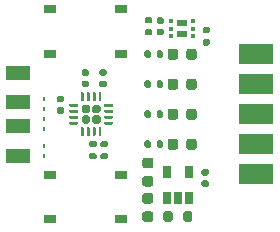
<source format=gbr>
%TF.GenerationSoftware,KiCad,Pcbnew,(5.1.12-1-10_14)*%
%TF.CreationDate,2022-05-25T15:41:46+08:00*%
%TF.ProjectId,USB2TTL,55534232-5454-44c2-9e6b-696361645f70,V1.0*%
%TF.SameCoordinates,Original*%
%TF.FileFunction,Paste,Top*%
%TF.FilePolarity,Positive*%
%FSLAX46Y46*%
G04 Gerber Fmt 4.6, Leading zero omitted, Abs format (unit mm)*
G04 Created by KiCad (PCBNEW (5.1.12-1-10_14)) date 2022-05-25 15:41:46*
%MOMM*%
%LPD*%
G01*
G04 APERTURE LIST*
%ADD10R,3.000000X1.700000*%
%ADD11R,1.000000X0.750000*%
%ADD12R,0.950000X0.613000*%
%ADD13R,0.325000X0.300000*%
%ADD14R,0.650000X1.060000*%
%ADD15R,2.000000X1.200000*%
%ADD16R,0.250000X0.360000*%
G04 APERTURE END LIST*
D10*
%TO.C,J2*%
X25460000Y4920000D03*
X25460000Y7460000D03*
X25460000Y10000000D03*
X25460000Y12540000D03*
X25460000Y15080000D03*
%TD*%
%TO.C,R9*%
G36*
G01*
X12785000Y7190000D02*
X12415000Y7190000D01*
G75*
G02*
X12280000Y7325000I0J135000D01*
G01*
X12280000Y7595000D01*
G75*
G02*
X12415000Y7730000I135000J0D01*
G01*
X12785000Y7730000D01*
G75*
G02*
X12920000Y7595000I0J-135000D01*
G01*
X12920000Y7325000D01*
G75*
G02*
X12785000Y7190000I-135000J0D01*
G01*
G37*
G36*
G01*
X12785000Y6170000D02*
X12415000Y6170000D01*
G75*
G02*
X12280000Y6305000I0J135000D01*
G01*
X12280000Y6575000D01*
G75*
G02*
X12415000Y6710000I135000J0D01*
G01*
X12785000Y6710000D01*
G75*
G02*
X12920000Y6575000I0J-135000D01*
G01*
X12920000Y6305000D01*
G75*
G02*
X12785000Y6170000I-135000J0D01*
G01*
G37*
%TD*%
%TO.C,R8*%
G36*
G01*
X11835000Y7190000D02*
X11465000Y7190000D01*
G75*
G02*
X11330000Y7325000I0J135000D01*
G01*
X11330000Y7595000D01*
G75*
G02*
X11465000Y7730000I135000J0D01*
G01*
X11835000Y7730000D01*
G75*
G02*
X11970000Y7595000I0J-135000D01*
G01*
X11970000Y7325000D01*
G75*
G02*
X11835000Y7190000I-135000J0D01*
G01*
G37*
G36*
G01*
X11835000Y6170000D02*
X11465000Y6170000D01*
G75*
G02*
X11330000Y6305000I0J135000D01*
G01*
X11330000Y6575000D01*
G75*
G02*
X11465000Y6710000I135000J0D01*
G01*
X11835000Y6710000D01*
G75*
G02*
X11970000Y6575000I0J-135000D01*
G01*
X11970000Y6305000D01*
G75*
G02*
X11835000Y6170000I-135000J0D01*
G01*
G37*
%TD*%
D11*
%TO.C,SW2*%
X14000000Y15125000D03*
X8000000Y15125000D03*
X14000000Y18875000D03*
X8000000Y18875000D03*
%TD*%
%TO.C,SW1*%
X8000000Y4875000D03*
X14000000Y4875000D03*
X8000000Y1125000D03*
X14000000Y1125000D03*
%TD*%
%TO.C,R1*%
G36*
G01*
X18425000Y1625000D02*
X18425000Y1075000D01*
G75*
G02*
X18225000Y875000I-200000J0D01*
G01*
X17825000Y875000D01*
G75*
G02*
X17625000Y1075000I0J200000D01*
G01*
X17625000Y1625000D01*
G75*
G02*
X17825000Y1825000I200000J0D01*
G01*
X18225000Y1825000D01*
G75*
G02*
X18425000Y1625000I0J-200000D01*
G01*
G37*
G36*
G01*
X20075000Y1625000D02*
X20075000Y1075000D01*
G75*
G02*
X19875000Y875000I-200000J0D01*
G01*
X19475000Y875000D01*
G75*
G02*
X19275000Y1075000I0J200000D01*
G01*
X19275000Y1625000D01*
G75*
G02*
X19475000Y1825000I200000J0D01*
G01*
X19875000Y1825000D01*
G75*
G02*
X20075000Y1625000I0J-200000D01*
G01*
G37*
%TD*%
%TO.C,R3*%
G36*
G01*
X21065000Y16360000D02*
X21435000Y16360000D01*
G75*
G02*
X21570000Y16225000I0J-135000D01*
G01*
X21570000Y15955000D01*
G75*
G02*
X21435000Y15820000I-135000J0D01*
G01*
X21065000Y15820000D01*
G75*
G02*
X20930000Y15955000I0J135000D01*
G01*
X20930000Y16225000D01*
G75*
G02*
X21065000Y16360000I135000J0D01*
G01*
G37*
G36*
G01*
X21065000Y17380000D02*
X21435000Y17380000D01*
G75*
G02*
X21570000Y17245000I0J-135000D01*
G01*
X21570000Y16975000D01*
G75*
G02*
X21435000Y16840000I-135000J0D01*
G01*
X21065000Y16840000D01*
G75*
G02*
X20930000Y16975000I0J135000D01*
G01*
X20930000Y17245000D01*
G75*
G02*
X21065000Y17380000I135000J0D01*
G01*
G37*
%TD*%
%TO.C,R2*%
G36*
G01*
X16165000Y17210000D02*
X16535000Y17210000D01*
G75*
G02*
X16670000Y17075000I0J-135000D01*
G01*
X16670000Y16805000D01*
G75*
G02*
X16535000Y16670000I-135000J0D01*
G01*
X16165000Y16670000D01*
G75*
G02*
X16030000Y16805000I0J135000D01*
G01*
X16030000Y17075000D01*
G75*
G02*
X16165000Y17210000I135000J0D01*
G01*
G37*
G36*
G01*
X16165000Y18230000D02*
X16535000Y18230000D01*
G75*
G02*
X16670000Y18095000I0J-135000D01*
G01*
X16670000Y17825000D01*
G75*
G02*
X16535000Y17690000I-135000J0D01*
G01*
X16165000Y17690000D01*
G75*
G02*
X16030000Y17825000I0J135000D01*
G01*
X16030000Y18095000D01*
G75*
G02*
X16165000Y18230000I135000J0D01*
G01*
G37*
%TD*%
D12*
%TO.C,Q1*%
X19200000Y17716500D03*
X19200000Y16783500D03*
D13*
X20125000Y17900000D03*
X20125000Y16600000D03*
X20125000Y17250000D03*
X18275000Y16600000D03*
X18275000Y17250000D03*
X18275000Y17900000D03*
%TD*%
%TO.C,C4*%
G36*
G01*
X17180000Y17250000D02*
X17520000Y17250000D01*
G75*
G02*
X17660000Y17110000I0J-140000D01*
G01*
X17660000Y16830000D01*
G75*
G02*
X17520000Y16690000I-140000J0D01*
G01*
X17180000Y16690000D01*
G75*
G02*
X17040000Y16830000I0J140000D01*
G01*
X17040000Y17110000D01*
G75*
G02*
X17180000Y17250000I140000J0D01*
G01*
G37*
G36*
G01*
X17180000Y18210000D02*
X17520000Y18210000D01*
G75*
G02*
X17660000Y18070000I0J-140000D01*
G01*
X17660000Y17790000D01*
G75*
G02*
X17520000Y17650000I-140000J0D01*
G01*
X17180000Y17650000D01*
G75*
G02*
X17040000Y17790000I0J140000D01*
G01*
X17040000Y18070000D01*
G75*
G02*
X17180000Y18210000I140000J0D01*
G01*
G37*
%TD*%
%TO.C,R7*%
G36*
G01*
X16557000Y15265000D02*
X16557000Y14895000D01*
G75*
G02*
X16422000Y14760000I-135000J0D01*
G01*
X16152000Y14760000D01*
G75*
G02*
X16017000Y14895000I0J135000D01*
G01*
X16017000Y15265000D01*
G75*
G02*
X16152000Y15400000I135000J0D01*
G01*
X16422000Y15400000D01*
G75*
G02*
X16557000Y15265000I0J-135000D01*
G01*
G37*
G36*
G01*
X17577000Y15265000D02*
X17577000Y14895000D01*
G75*
G02*
X17442000Y14760000I-135000J0D01*
G01*
X17172000Y14760000D01*
G75*
G02*
X17037000Y14895000I0J135000D01*
G01*
X17037000Y15265000D01*
G75*
G02*
X17172000Y15400000I135000J0D01*
G01*
X17442000Y15400000D01*
G75*
G02*
X17577000Y15265000I0J-135000D01*
G01*
G37*
%TD*%
%TO.C,R6*%
G36*
G01*
X16557000Y12725000D02*
X16557000Y12355000D01*
G75*
G02*
X16422000Y12220000I-135000J0D01*
G01*
X16152000Y12220000D01*
G75*
G02*
X16017000Y12355000I0J135000D01*
G01*
X16017000Y12725000D01*
G75*
G02*
X16152000Y12860000I135000J0D01*
G01*
X16422000Y12860000D01*
G75*
G02*
X16557000Y12725000I0J-135000D01*
G01*
G37*
G36*
G01*
X17577000Y12725000D02*
X17577000Y12355000D01*
G75*
G02*
X17442000Y12220000I-135000J0D01*
G01*
X17172000Y12220000D01*
G75*
G02*
X17037000Y12355000I0J135000D01*
G01*
X17037000Y12725000D01*
G75*
G02*
X17172000Y12860000I135000J0D01*
G01*
X17442000Y12860000D01*
G75*
G02*
X17577000Y12725000I0J-135000D01*
G01*
G37*
%TD*%
%TO.C,R5*%
G36*
G01*
X16557000Y7645000D02*
X16557000Y7275000D01*
G75*
G02*
X16422000Y7140000I-135000J0D01*
G01*
X16152000Y7140000D01*
G75*
G02*
X16017000Y7275000I0J135000D01*
G01*
X16017000Y7645000D01*
G75*
G02*
X16152000Y7780000I135000J0D01*
G01*
X16422000Y7780000D01*
G75*
G02*
X16557000Y7645000I0J-135000D01*
G01*
G37*
G36*
G01*
X17577000Y7645000D02*
X17577000Y7275000D01*
G75*
G02*
X17442000Y7140000I-135000J0D01*
G01*
X17172000Y7140000D01*
G75*
G02*
X17037000Y7275000I0J135000D01*
G01*
X17037000Y7645000D01*
G75*
G02*
X17172000Y7780000I135000J0D01*
G01*
X17442000Y7780000D01*
G75*
G02*
X17577000Y7645000I0J-135000D01*
G01*
G37*
%TD*%
%TO.C,R4*%
G36*
G01*
X16557000Y10185000D02*
X16557000Y9815000D01*
G75*
G02*
X16422000Y9680000I-135000J0D01*
G01*
X16152000Y9680000D01*
G75*
G02*
X16017000Y9815000I0J135000D01*
G01*
X16017000Y10185000D01*
G75*
G02*
X16152000Y10320000I135000J0D01*
G01*
X16422000Y10320000D01*
G75*
G02*
X16557000Y10185000I0J-135000D01*
G01*
G37*
G36*
G01*
X17577000Y10185000D02*
X17577000Y9815000D01*
G75*
G02*
X17442000Y9680000I-135000J0D01*
G01*
X17172000Y9680000D01*
G75*
G02*
X17037000Y9815000I0J135000D01*
G01*
X17037000Y10185000D01*
G75*
G02*
X17172000Y10320000I135000J0D01*
G01*
X17442000Y10320000D01*
G75*
G02*
X17577000Y10185000I0J-135000D01*
G01*
G37*
%TD*%
%TO.C,D7*%
G36*
G01*
X18860000Y15336250D02*
X18860000Y14823750D01*
G75*
G02*
X18641250Y14605000I-218750J0D01*
G01*
X18203750Y14605000D01*
G75*
G02*
X17985000Y14823750I0J218750D01*
G01*
X17985000Y15336250D01*
G75*
G02*
X18203750Y15555000I218750J0D01*
G01*
X18641250Y15555000D01*
G75*
G02*
X18860000Y15336250I0J-218750D01*
G01*
G37*
G36*
G01*
X20435000Y15336250D02*
X20435000Y14823750D01*
G75*
G02*
X20216250Y14605000I-218750J0D01*
G01*
X19778750Y14605000D01*
G75*
G02*
X19560000Y14823750I0J218750D01*
G01*
X19560000Y15336250D01*
G75*
G02*
X19778750Y15555000I218750J0D01*
G01*
X20216250Y15555000D01*
G75*
G02*
X20435000Y15336250I0J-218750D01*
G01*
G37*
%TD*%
%TO.C,D6*%
G36*
G01*
X18860000Y12796250D02*
X18860000Y12283750D01*
G75*
G02*
X18641250Y12065000I-218750J0D01*
G01*
X18203750Y12065000D01*
G75*
G02*
X17985000Y12283750I0J218750D01*
G01*
X17985000Y12796250D01*
G75*
G02*
X18203750Y13015000I218750J0D01*
G01*
X18641250Y13015000D01*
G75*
G02*
X18860000Y12796250I0J-218750D01*
G01*
G37*
G36*
G01*
X20435000Y12796250D02*
X20435000Y12283750D01*
G75*
G02*
X20216250Y12065000I-218750J0D01*
G01*
X19778750Y12065000D01*
G75*
G02*
X19560000Y12283750I0J218750D01*
G01*
X19560000Y12796250D01*
G75*
G02*
X19778750Y13015000I218750J0D01*
G01*
X20216250Y13015000D01*
G75*
G02*
X20435000Y12796250I0J-218750D01*
G01*
G37*
%TD*%
%TO.C,D5*%
G36*
G01*
X18860000Y7716250D02*
X18860000Y7203750D01*
G75*
G02*
X18641250Y6985000I-218750J0D01*
G01*
X18203750Y6985000D01*
G75*
G02*
X17985000Y7203750I0J218750D01*
G01*
X17985000Y7716250D01*
G75*
G02*
X18203750Y7935000I218750J0D01*
G01*
X18641250Y7935000D01*
G75*
G02*
X18860000Y7716250I0J-218750D01*
G01*
G37*
G36*
G01*
X20435000Y7716250D02*
X20435000Y7203750D01*
G75*
G02*
X20216250Y6985000I-218750J0D01*
G01*
X19778750Y6985000D01*
G75*
G02*
X19560000Y7203750I0J218750D01*
G01*
X19560000Y7716250D01*
G75*
G02*
X19778750Y7935000I218750J0D01*
G01*
X20216250Y7935000D01*
G75*
G02*
X20435000Y7716250I0J-218750D01*
G01*
G37*
%TD*%
%TO.C,D4*%
G36*
G01*
X18860000Y10256250D02*
X18860000Y9743750D01*
G75*
G02*
X18641250Y9525000I-218750J0D01*
G01*
X18203750Y9525000D01*
G75*
G02*
X17985000Y9743750I0J218750D01*
G01*
X17985000Y10256250D01*
G75*
G02*
X18203750Y10475000I218750J0D01*
G01*
X18641250Y10475000D01*
G75*
G02*
X18860000Y10256250I0J-218750D01*
G01*
G37*
G36*
G01*
X20435000Y10256250D02*
X20435000Y9743750D01*
G75*
G02*
X20216250Y9525000I-218750J0D01*
G01*
X19778750Y9525000D01*
G75*
G02*
X19560000Y9743750I0J218750D01*
G01*
X19560000Y10256250D01*
G75*
G02*
X19778750Y10475000I218750J0D01*
G01*
X20216250Y10475000D01*
G75*
G02*
X20435000Y10256250I0J-218750D01*
G01*
G37*
%TD*%
%TO.C,C3*%
G36*
G01*
X16050000Y4775000D02*
X16550000Y4775000D01*
G75*
G02*
X16775000Y4550000I0J-225000D01*
G01*
X16775000Y4100000D01*
G75*
G02*
X16550000Y3875000I-225000J0D01*
G01*
X16050000Y3875000D01*
G75*
G02*
X15825000Y4100000I0J225000D01*
G01*
X15825000Y4550000D01*
G75*
G02*
X16050000Y4775000I225000J0D01*
G01*
G37*
G36*
G01*
X16050000Y6325000D02*
X16550000Y6325000D01*
G75*
G02*
X16775000Y6100000I0J-225000D01*
G01*
X16775000Y5650000D01*
G75*
G02*
X16550000Y5425000I-225000J0D01*
G01*
X16050000Y5425000D01*
G75*
G02*
X15825000Y5650000I0J225000D01*
G01*
X15825000Y6100000D01*
G75*
G02*
X16050000Y6325000I225000J0D01*
G01*
G37*
%TD*%
%TO.C,C2*%
G36*
G01*
X20980000Y4400000D02*
X21320000Y4400000D01*
G75*
G02*
X21460000Y4260000I0J-140000D01*
G01*
X21460000Y3980000D01*
G75*
G02*
X21320000Y3840000I-140000J0D01*
G01*
X20980000Y3840000D01*
G75*
G02*
X20840000Y3980000I0J140000D01*
G01*
X20840000Y4260000D01*
G75*
G02*
X20980000Y4400000I140000J0D01*
G01*
G37*
G36*
G01*
X20980000Y5360000D02*
X21320000Y5360000D01*
G75*
G02*
X21460000Y5220000I0J-140000D01*
G01*
X21460000Y4940000D01*
G75*
G02*
X21320000Y4800000I-140000J0D01*
G01*
X20980000Y4800000D01*
G75*
G02*
X20840000Y4940000I0J140000D01*
G01*
X20840000Y5220000D01*
G75*
G02*
X20980000Y5360000I140000J0D01*
G01*
G37*
%TD*%
%TO.C,C5*%
G36*
G01*
X9070000Y11000000D02*
X8730000Y11000000D01*
G75*
G02*
X8590000Y11140000I0J140000D01*
G01*
X8590000Y11420000D01*
G75*
G02*
X8730000Y11560000I140000J0D01*
G01*
X9070000Y11560000D01*
G75*
G02*
X9210000Y11420000I0J-140000D01*
G01*
X9210000Y11140000D01*
G75*
G02*
X9070000Y11000000I-140000J0D01*
G01*
G37*
G36*
G01*
X9070000Y10040000D02*
X8730000Y10040000D01*
G75*
G02*
X8590000Y10180000I0J140000D01*
G01*
X8590000Y10460000D01*
G75*
G02*
X8730000Y10600000I140000J0D01*
G01*
X9070000Y10600000D01*
G75*
G02*
X9210000Y10460000I0J-140000D01*
G01*
X9210000Y10180000D01*
G75*
G02*
X9070000Y10040000I-140000J0D01*
G01*
G37*
%TD*%
%TO.C,C7*%
G36*
G01*
X12670000Y13250000D02*
X12330000Y13250000D01*
G75*
G02*
X12190000Y13390000I0J140000D01*
G01*
X12190000Y13670000D01*
G75*
G02*
X12330000Y13810000I140000J0D01*
G01*
X12670000Y13810000D01*
G75*
G02*
X12810000Y13670000I0J-140000D01*
G01*
X12810000Y13390000D01*
G75*
G02*
X12670000Y13250000I-140000J0D01*
G01*
G37*
G36*
G01*
X12670000Y12290000D02*
X12330000Y12290000D01*
G75*
G02*
X12190000Y12430000I0J140000D01*
G01*
X12190000Y12710000D01*
G75*
G02*
X12330000Y12850000I140000J0D01*
G01*
X12670000Y12850000D01*
G75*
G02*
X12810000Y12710000I0J-140000D01*
G01*
X12810000Y12430000D01*
G75*
G02*
X12670000Y12290000I-140000J0D01*
G01*
G37*
%TD*%
%TO.C,C6*%
G36*
G01*
X11170000Y13250000D02*
X10830000Y13250000D01*
G75*
G02*
X10690000Y13390000I0J140000D01*
G01*
X10690000Y13670000D01*
G75*
G02*
X10830000Y13810000I140000J0D01*
G01*
X11170000Y13810000D01*
G75*
G02*
X11310000Y13670000I0J-140000D01*
G01*
X11310000Y13390000D01*
G75*
G02*
X11170000Y13250000I-140000J0D01*
G01*
G37*
G36*
G01*
X11170000Y12290000D02*
X10830000Y12290000D01*
G75*
G02*
X10690000Y12430000I0J140000D01*
G01*
X10690000Y12710000D01*
G75*
G02*
X10830000Y12850000I140000J0D01*
G01*
X11170000Y12850000D01*
G75*
G02*
X11310000Y12710000I0J-140000D01*
G01*
X11310000Y12430000D01*
G75*
G02*
X11170000Y12290000I-140000J0D01*
G01*
G37*
%TD*%
%TO.C,C1*%
G36*
G01*
X16050000Y1775000D02*
X16550000Y1775000D01*
G75*
G02*
X16775000Y1550000I0J-225000D01*
G01*
X16775000Y1100000D01*
G75*
G02*
X16550000Y875000I-225000J0D01*
G01*
X16050000Y875000D01*
G75*
G02*
X15825000Y1100000I0J225000D01*
G01*
X15825000Y1550000D01*
G75*
G02*
X16050000Y1775000I225000J0D01*
G01*
G37*
G36*
G01*
X16050000Y3325000D02*
X16550000Y3325000D01*
G75*
G02*
X16775000Y3100000I0J-225000D01*
G01*
X16775000Y2650000D01*
G75*
G02*
X16550000Y2425000I-225000J0D01*
G01*
X16050000Y2425000D01*
G75*
G02*
X15825000Y2650000I0J225000D01*
G01*
X15825000Y3100000D01*
G75*
G02*
X16050000Y3325000I225000J0D01*
G01*
G37*
%TD*%
%TO.C,U2*%
G36*
G01*
X10882500Y9915000D02*
X11237500Y9915000D01*
G75*
G02*
X11415000Y9737500I0J-177500D01*
G01*
X11415000Y9382500D01*
G75*
G02*
X11237500Y9205000I-177500J0D01*
G01*
X10882500Y9205000D01*
G75*
G02*
X10705000Y9382500I0J177500D01*
G01*
X10705000Y9737500D01*
G75*
G02*
X10882500Y9915000I177500J0D01*
G01*
G37*
G36*
G01*
X11762500Y9915000D02*
X12117500Y9915000D01*
G75*
G02*
X12295000Y9737500I0J-177500D01*
G01*
X12295000Y9382500D01*
G75*
G02*
X12117500Y9205000I-177500J0D01*
G01*
X11762500Y9205000D01*
G75*
G02*
X11585000Y9382500I0J177500D01*
G01*
X11585000Y9737500D01*
G75*
G02*
X11762500Y9915000I177500J0D01*
G01*
G37*
G36*
G01*
X10882500Y10795000D02*
X11237500Y10795000D01*
G75*
G02*
X11415000Y10617500I0J-177500D01*
G01*
X11415000Y10262500D01*
G75*
G02*
X11237500Y10085000I-177500J0D01*
G01*
X10882500Y10085000D01*
G75*
G02*
X10705000Y10262500I0J177500D01*
G01*
X10705000Y10617500D01*
G75*
G02*
X10882500Y10795000I177500J0D01*
G01*
G37*
G36*
G01*
X11762500Y10795000D02*
X12117500Y10795000D01*
G75*
G02*
X12295000Y10617500I0J-177500D01*
G01*
X12295000Y10262500D01*
G75*
G02*
X12117500Y10085000I-177500J0D01*
G01*
X11762500Y10085000D01*
G75*
G02*
X11585000Y10262500I0J177500D01*
G01*
X11585000Y10617500D01*
G75*
G02*
X11762500Y10795000I177500J0D01*
G01*
G37*
G36*
G01*
X12662500Y10875000D02*
X13287500Y10875000D01*
G75*
G02*
X13350000Y10812500I0J-62500D01*
G01*
X13350000Y10687500D01*
G75*
G02*
X13287500Y10625000I-62500J0D01*
G01*
X12662500Y10625000D01*
G75*
G02*
X12600000Y10687500I0J62500D01*
G01*
X12600000Y10812500D01*
G75*
G02*
X12662500Y10875000I62500J0D01*
G01*
G37*
G36*
G01*
X12662500Y10375000D02*
X13287500Y10375000D01*
G75*
G02*
X13350000Y10312500I0J-62500D01*
G01*
X13350000Y10187500D01*
G75*
G02*
X13287500Y10125000I-62500J0D01*
G01*
X12662500Y10125000D01*
G75*
G02*
X12600000Y10187500I0J62500D01*
G01*
X12600000Y10312500D01*
G75*
G02*
X12662500Y10375000I62500J0D01*
G01*
G37*
G36*
G01*
X12662500Y9875000D02*
X13287500Y9875000D01*
G75*
G02*
X13350000Y9812500I0J-62500D01*
G01*
X13350000Y9687500D01*
G75*
G02*
X13287500Y9625000I-62500J0D01*
G01*
X12662500Y9625000D01*
G75*
G02*
X12600000Y9687500I0J62500D01*
G01*
X12600000Y9812500D01*
G75*
G02*
X12662500Y9875000I62500J0D01*
G01*
G37*
G36*
G01*
X12662500Y9375000D02*
X13287500Y9375000D01*
G75*
G02*
X13350000Y9312500I0J-62500D01*
G01*
X13350000Y9187500D01*
G75*
G02*
X13287500Y9125000I-62500J0D01*
G01*
X12662500Y9125000D01*
G75*
G02*
X12600000Y9187500I0J62500D01*
G01*
X12600000Y9312500D01*
G75*
G02*
X12662500Y9375000I62500J0D01*
G01*
G37*
G36*
G01*
X12187500Y8900000D02*
X12312500Y8900000D01*
G75*
G02*
X12375000Y8837500I0J-62500D01*
G01*
X12375000Y8212500D01*
G75*
G02*
X12312500Y8150000I-62500J0D01*
G01*
X12187500Y8150000D01*
G75*
G02*
X12125000Y8212500I0J62500D01*
G01*
X12125000Y8837500D01*
G75*
G02*
X12187500Y8900000I62500J0D01*
G01*
G37*
G36*
G01*
X11687500Y8900000D02*
X11812500Y8900000D01*
G75*
G02*
X11875000Y8837500I0J-62500D01*
G01*
X11875000Y8212500D01*
G75*
G02*
X11812500Y8150000I-62500J0D01*
G01*
X11687500Y8150000D01*
G75*
G02*
X11625000Y8212500I0J62500D01*
G01*
X11625000Y8837500D01*
G75*
G02*
X11687500Y8900000I62500J0D01*
G01*
G37*
G36*
G01*
X11187500Y8900000D02*
X11312500Y8900000D01*
G75*
G02*
X11375000Y8837500I0J-62500D01*
G01*
X11375000Y8212500D01*
G75*
G02*
X11312500Y8150000I-62500J0D01*
G01*
X11187500Y8150000D01*
G75*
G02*
X11125000Y8212500I0J62500D01*
G01*
X11125000Y8837500D01*
G75*
G02*
X11187500Y8900000I62500J0D01*
G01*
G37*
G36*
G01*
X10687500Y8900000D02*
X10812500Y8900000D01*
G75*
G02*
X10875000Y8837500I0J-62500D01*
G01*
X10875000Y8212500D01*
G75*
G02*
X10812500Y8150000I-62500J0D01*
G01*
X10687500Y8150000D01*
G75*
G02*
X10625000Y8212500I0J62500D01*
G01*
X10625000Y8837500D01*
G75*
G02*
X10687500Y8900000I62500J0D01*
G01*
G37*
G36*
G01*
X9712500Y9375000D02*
X10337500Y9375000D01*
G75*
G02*
X10400000Y9312500I0J-62500D01*
G01*
X10400000Y9187500D01*
G75*
G02*
X10337500Y9125000I-62500J0D01*
G01*
X9712500Y9125000D01*
G75*
G02*
X9650000Y9187500I0J62500D01*
G01*
X9650000Y9312500D01*
G75*
G02*
X9712500Y9375000I62500J0D01*
G01*
G37*
G36*
G01*
X9712500Y9875000D02*
X10337500Y9875000D01*
G75*
G02*
X10400000Y9812500I0J-62500D01*
G01*
X10400000Y9687500D01*
G75*
G02*
X10337500Y9625000I-62500J0D01*
G01*
X9712500Y9625000D01*
G75*
G02*
X9650000Y9687500I0J62500D01*
G01*
X9650000Y9812500D01*
G75*
G02*
X9712500Y9875000I62500J0D01*
G01*
G37*
G36*
G01*
X9712500Y10375000D02*
X10337500Y10375000D01*
G75*
G02*
X10400000Y10312500I0J-62500D01*
G01*
X10400000Y10187500D01*
G75*
G02*
X10337500Y10125000I-62500J0D01*
G01*
X9712500Y10125000D01*
G75*
G02*
X9650000Y10187500I0J62500D01*
G01*
X9650000Y10312500D01*
G75*
G02*
X9712500Y10375000I62500J0D01*
G01*
G37*
G36*
G01*
X9712500Y10875000D02*
X10337500Y10875000D01*
G75*
G02*
X10400000Y10812500I0J-62500D01*
G01*
X10400000Y10687500D01*
G75*
G02*
X10337500Y10625000I-62500J0D01*
G01*
X9712500Y10625000D01*
G75*
G02*
X9650000Y10687500I0J62500D01*
G01*
X9650000Y10812500D01*
G75*
G02*
X9712500Y10875000I62500J0D01*
G01*
G37*
G36*
G01*
X10687500Y11850000D02*
X10812500Y11850000D01*
G75*
G02*
X10875000Y11787500I0J-62500D01*
G01*
X10875000Y11162500D01*
G75*
G02*
X10812500Y11100000I-62500J0D01*
G01*
X10687500Y11100000D01*
G75*
G02*
X10625000Y11162500I0J62500D01*
G01*
X10625000Y11787500D01*
G75*
G02*
X10687500Y11850000I62500J0D01*
G01*
G37*
G36*
G01*
X11187500Y11850000D02*
X11312500Y11850000D01*
G75*
G02*
X11375000Y11787500I0J-62500D01*
G01*
X11375000Y11162500D01*
G75*
G02*
X11312500Y11100000I-62500J0D01*
G01*
X11187500Y11100000D01*
G75*
G02*
X11125000Y11162500I0J62500D01*
G01*
X11125000Y11787500D01*
G75*
G02*
X11187500Y11850000I62500J0D01*
G01*
G37*
G36*
G01*
X11687500Y11850000D02*
X11812500Y11850000D01*
G75*
G02*
X11875000Y11787500I0J-62500D01*
G01*
X11875000Y11162500D01*
G75*
G02*
X11812500Y11100000I-62500J0D01*
G01*
X11687500Y11100000D01*
G75*
G02*
X11625000Y11162500I0J62500D01*
G01*
X11625000Y11787500D01*
G75*
G02*
X11687500Y11850000I62500J0D01*
G01*
G37*
G36*
G01*
X12187500Y11850000D02*
X12312500Y11850000D01*
G75*
G02*
X12375000Y11787500I0J-62500D01*
G01*
X12375000Y11162500D01*
G75*
G02*
X12312500Y11100000I-62500J0D01*
G01*
X12187500Y11100000D01*
G75*
G02*
X12125000Y11162500I0J62500D01*
G01*
X12125000Y11787500D01*
G75*
G02*
X12187500Y11850000I62500J0D01*
G01*
G37*
%TD*%
D14*
%TO.C,U1*%
X17900000Y5100000D03*
X19800000Y5100000D03*
X19800000Y2900000D03*
X18850000Y2900000D03*
X17900000Y2900000D03*
%TD*%
D15*
%TO.C,J1*%
X5350000Y6500000D03*
X5350000Y9000000D03*
X5350000Y11000000D03*
X5350000Y13500000D03*
%TD*%
D16*
%TO.C,D3*%
X7500000Y7320000D03*
X7500000Y6480000D03*
%TD*%
%TO.C,D2*%
X7500000Y11270000D03*
X7500000Y10430000D03*
%TD*%
%TO.C,D1*%
X7500000Y8730000D03*
X7500000Y9570000D03*
%TD*%
M02*

</source>
